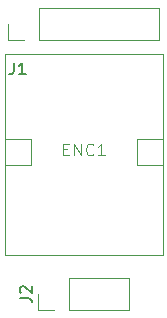
<source format=gbr>
%TF.GenerationSoftware,KiCad,Pcbnew,8.0.5*%
%TF.CreationDate,2024-09-26T00:44:33+09:00*%
%TF.ProjectId,____________,ddc6f3b7-e7e1-4fcb-9f09-dbfa7f2e6b69,rev?*%
%TF.SameCoordinates,Original*%
%TF.FileFunction,Legend,Top*%
%TF.FilePolarity,Positive*%
%FSLAX46Y46*%
G04 Gerber Fmt 4.6, Leading zero omitted, Abs format (unit mm)*
G04 Created by KiCad (PCBNEW 8.0.5) date 2024-09-26 00:44:33*
%MOMM*%
%LPD*%
G01*
G04 APERTURE LIST*
%ADD10C,0.100000*%
%ADD11C,0.150000*%
%ADD12C,0.120000*%
%ADD13C,1.750000*%
%ADD14R,1.700000X1.700000*%
%ADD15O,1.700000X1.700000*%
G04 APERTURE END LIST*
D10*
X75500714Y-69018609D02*
X75834047Y-69018609D01*
X75976904Y-69542419D02*
X75500714Y-69542419D01*
X75500714Y-69542419D02*
X75500714Y-68542419D01*
X75500714Y-68542419D02*
X75976904Y-68542419D01*
X76405476Y-69542419D02*
X76405476Y-68542419D01*
X76405476Y-68542419D02*
X76976904Y-69542419D01*
X76976904Y-69542419D02*
X76976904Y-68542419D01*
X78024523Y-69447180D02*
X77976904Y-69494800D01*
X77976904Y-69494800D02*
X77834047Y-69542419D01*
X77834047Y-69542419D02*
X77738809Y-69542419D01*
X77738809Y-69542419D02*
X77595952Y-69494800D01*
X77595952Y-69494800D02*
X77500714Y-69399561D01*
X77500714Y-69399561D02*
X77453095Y-69304323D01*
X77453095Y-69304323D02*
X77405476Y-69113847D01*
X77405476Y-69113847D02*
X77405476Y-68970990D01*
X77405476Y-68970990D02*
X77453095Y-68780514D01*
X77453095Y-68780514D02*
X77500714Y-68685276D01*
X77500714Y-68685276D02*
X77595952Y-68590038D01*
X77595952Y-68590038D02*
X77738809Y-68542419D01*
X77738809Y-68542419D02*
X77834047Y-68542419D01*
X77834047Y-68542419D02*
X77976904Y-68590038D01*
X77976904Y-68590038D02*
X78024523Y-68637657D01*
X78976904Y-69542419D02*
X78405476Y-69542419D01*
X78691190Y-69542419D02*
X78691190Y-68542419D01*
X78691190Y-68542419D02*
X78595952Y-68685276D01*
X78595952Y-68685276D02*
X78500714Y-68780514D01*
X78500714Y-68780514D02*
X78405476Y-68828133D01*
D11*
X71800819Y-81613333D02*
X72515104Y-81613333D01*
X72515104Y-81613333D02*
X72657961Y-81660952D01*
X72657961Y-81660952D02*
X72753200Y-81756190D01*
X72753200Y-81756190D02*
X72800819Y-81899047D01*
X72800819Y-81899047D02*
X72800819Y-81994285D01*
X71896057Y-81184761D02*
X71848438Y-81137142D01*
X71848438Y-81137142D02*
X71800819Y-81041904D01*
X71800819Y-81041904D02*
X71800819Y-80803809D01*
X71800819Y-80803809D02*
X71848438Y-80708571D01*
X71848438Y-80708571D02*
X71896057Y-80660952D01*
X71896057Y-80660952D02*
X71991295Y-80613333D01*
X71991295Y-80613333D02*
X72086533Y-80613333D01*
X72086533Y-80613333D02*
X72229390Y-80660952D01*
X72229390Y-80660952D02*
X72800819Y-81232380D01*
X72800819Y-81232380D02*
X72800819Y-80613333D01*
X71294666Y-61684819D02*
X71294666Y-62399104D01*
X71294666Y-62399104D02*
X71247047Y-62541961D01*
X71247047Y-62541961D02*
X71151809Y-62637200D01*
X71151809Y-62637200D02*
X71008952Y-62684819D01*
X71008952Y-62684819D02*
X70913714Y-62684819D01*
X72294666Y-62684819D02*
X71723238Y-62684819D01*
X72008952Y-62684819D02*
X72008952Y-61684819D01*
X72008952Y-61684819D02*
X71913714Y-61827676D01*
X71913714Y-61827676D02*
X71818476Y-61922914D01*
X71818476Y-61922914D02*
X71723238Y-61970533D01*
%TO.C,ENC1*%
D10*
X70515000Y-60960000D02*
X83915000Y-60960000D01*
X83915000Y-78000000D01*
X70515000Y-78000000D01*
X70515000Y-60960000D01*
X72715000Y-68130000D02*
X70515000Y-68130000D01*
X70515000Y-70330000D01*
X72715000Y-70330000D01*
X72715000Y-68130000D01*
X81715000Y-68130000D02*
X83915000Y-68130000D01*
X83915000Y-70330000D01*
X81715000Y-70330000D01*
X81715000Y-68130000D01*
D12*
%TO.C,J2*%
X73346000Y-82610000D02*
X73346000Y-81280000D01*
X74676000Y-82610000D02*
X73346000Y-82610000D01*
X75946000Y-82610000D02*
X81086000Y-82610000D01*
X75946000Y-82610000D02*
X75946000Y-79950000D01*
X81086000Y-82610000D02*
X81086000Y-79950000D01*
X75946000Y-79950000D02*
X81086000Y-79950000D01*
%TO.C,J1*%
X70806000Y-59750000D02*
X70806000Y-58420000D01*
X72136000Y-59750000D02*
X70806000Y-59750000D01*
X73406000Y-59750000D02*
X83626000Y-59750000D01*
X73406000Y-59750000D02*
X73406000Y-57090000D01*
X83626000Y-59750000D02*
X83626000Y-57090000D01*
X73406000Y-57090000D02*
X83626000Y-57090000D01*
%TD*%
%LPC*%
D13*
%TO.C,ENC1*%
X73215000Y-62230000D03*
X75215000Y-62230000D03*
X77215000Y-62230000D03*
X79215000Y-62230000D03*
X81215000Y-62230000D03*
X74715000Y-76730000D03*
X77215000Y-76730000D03*
X79715000Y-76730000D03*
%TD*%
D14*
%TO.C,J2*%
X74676000Y-81280000D03*
D15*
X77216000Y-81280000D03*
X79756000Y-81280000D03*
%TD*%
D14*
%TO.C,J1*%
X72136000Y-58420000D03*
D15*
X74676000Y-58420000D03*
X77216000Y-58420000D03*
X79756000Y-58420000D03*
X82296000Y-58420000D03*
%TD*%
%LPD*%
M02*

</source>
